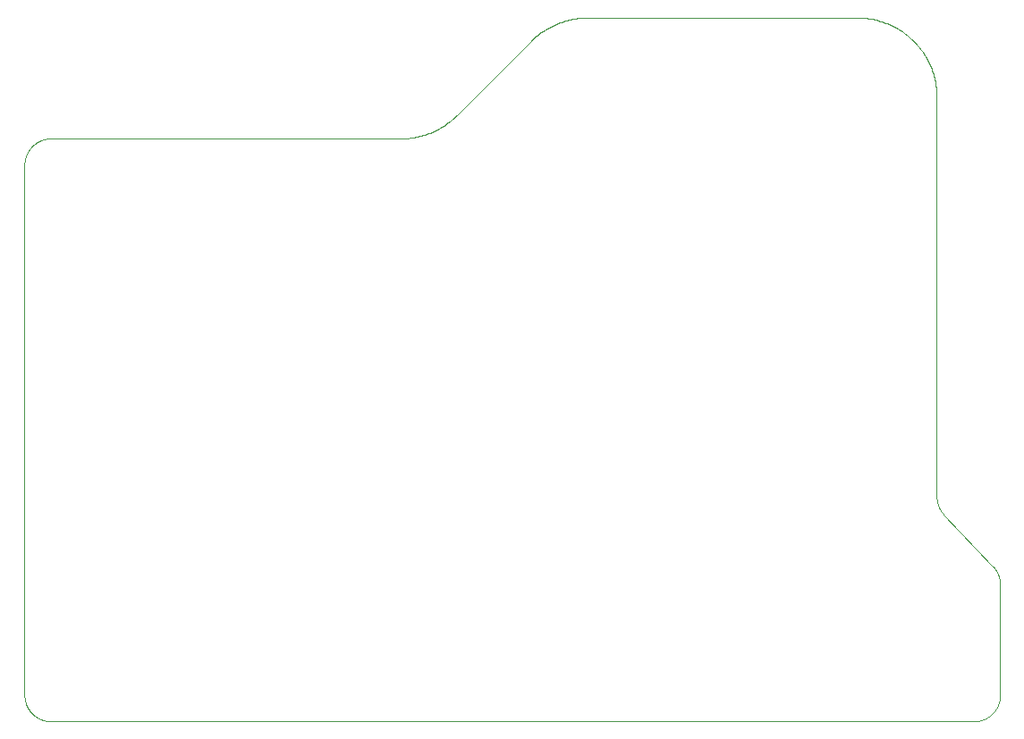
<source format=gbp>
G75*
%MOIN*%
%OFA0B0*%
%FSLAX25Y25*%
%IPPOS*%
%LPD*%
%AMOC8*
5,1,8,0,0,1.08239X$1,22.5*
%
%ADD10C,0.00000*%
D10*
X0001500Y0011000D02*
X0001500Y0208461D01*
X0001503Y0208703D01*
X0001512Y0208944D01*
X0001526Y0209185D01*
X0001547Y0209426D01*
X0001573Y0209666D01*
X0001605Y0209906D01*
X0001643Y0210145D01*
X0001686Y0210382D01*
X0001736Y0210619D01*
X0001791Y0210854D01*
X0001851Y0211088D01*
X0001918Y0211320D01*
X0001989Y0211551D01*
X0002067Y0211780D01*
X0002150Y0212007D01*
X0002238Y0212232D01*
X0002332Y0212455D01*
X0002431Y0212675D01*
X0002536Y0212893D01*
X0002645Y0213108D01*
X0002760Y0213321D01*
X0002880Y0213531D01*
X0003005Y0213737D01*
X0003135Y0213941D01*
X0003270Y0214142D01*
X0003410Y0214339D01*
X0003554Y0214533D01*
X0003703Y0214723D01*
X0003857Y0214909D01*
X0004015Y0215092D01*
X0004177Y0215271D01*
X0004344Y0215446D01*
X0004515Y0215617D01*
X0004690Y0215784D01*
X0004869Y0215946D01*
X0005052Y0216104D01*
X0005238Y0216258D01*
X0005428Y0216407D01*
X0005622Y0216551D01*
X0005819Y0216691D01*
X0006020Y0216826D01*
X0006224Y0216956D01*
X0006430Y0217081D01*
X0006640Y0217201D01*
X0006853Y0217316D01*
X0007068Y0217425D01*
X0007286Y0217530D01*
X0007506Y0217629D01*
X0007729Y0217723D01*
X0007954Y0217811D01*
X0008181Y0217894D01*
X0008410Y0217972D01*
X0008641Y0218043D01*
X0008873Y0218110D01*
X0009107Y0218170D01*
X0009342Y0218225D01*
X0009579Y0218275D01*
X0009816Y0218318D01*
X0010055Y0218356D01*
X0010295Y0218388D01*
X0010535Y0218414D01*
X0010776Y0218435D01*
X0011017Y0218449D01*
X0011258Y0218458D01*
X0011500Y0218461D01*
X0141762Y0218461D01*
X0162650Y0227118D02*
X0190350Y0254842D01*
X0211238Y0263500D02*
X0311972Y0263500D01*
X0312686Y0263491D01*
X0313399Y0263466D01*
X0314111Y0263422D01*
X0314822Y0263362D01*
X0315531Y0263285D01*
X0316238Y0263190D01*
X0316943Y0263079D01*
X0317645Y0262950D01*
X0318344Y0262804D01*
X0319039Y0262642D01*
X0319729Y0262463D01*
X0320415Y0262267D01*
X0321097Y0262055D01*
X0321773Y0261826D01*
X0322443Y0261581D01*
X0323107Y0261320D01*
X0323764Y0261043D01*
X0324415Y0260750D01*
X0325059Y0260442D01*
X0325694Y0260118D01*
X0326322Y0259779D01*
X0326942Y0259424D01*
X0327552Y0259055D01*
X0328154Y0258671D01*
X0328746Y0258273D01*
X0329328Y0257861D01*
X0329900Y0257434D01*
X0330462Y0256994D01*
X0331013Y0256541D01*
X0331553Y0256074D01*
X0332081Y0255594D01*
X0332598Y0255102D01*
X0333102Y0254598D01*
X0333594Y0254081D01*
X0334074Y0253553D01*
X0334541Y0253013D01*
X0334994Y0252462D01*
X0335434Y0251900D01*
X0335861Y0251328D01*
X0336273Y0250746D01*
X0336671Y0250154D01*
X0337055Y0249552D01*
X0337424Y0248942D01*
X0337779Y0248322D01*
X0338118Y0247694D01*
X0338442Y0247059D01*
X0338750Y0246415D01*
X0339043Y0245764D01*
X0339320Y0245107D01*
X0339581Y0244443D01*
X0339826Y0243773D01*
X0340055Y0243097D01*
X0340267Y0242415D01*
X0340463Y0241729D01*
X0340642Y0241039D01*
X0340804Y0240344D01*
X0340950Y0239645D01*
X0341079Y0238943D01*
X0341190Y0238238D01*
X0341285Y0237531D01*
X0341362Y0236822D01*
X0341422Y0236111D01*
X0341466Y0235399D01*
X0341491Y0234686D01*
X0341500Y0233972D01*
X0341500Y0084982D01*
X0344237Y0078108D02*
X0362463Y0058853D01*
X0365201Y0051978D02*
X0365201Y0011000D01*
X0365198Y0010758D01*
X0365189Y0010517D01*
X0365175Y0010276D01*
X0365154Y0010035D01*
X0365128Y0009795D01*
X0365096Y0009555D01*
X0365058Y0009316D01*
X0365015Y0009079D01*
X0364965Y0008842D01*
X0364910Y0008607D01*
X0364850Y0008373D01*
X0364783Y0008141D01*
X0364712Y0007910D01*
X0364634Y0007681D01*
X0364551Y0007454D01*
X0364463Y0007229D01*
X0364369Y0007006D01*
X0364270Y0006786D01*
X0364165Y0006568D01*
X0364056Y0006353D01*
X0363941Y0006140D01*
X0363821Y0005930D01*
X0363696Y0005724D01*
X0363566Y0005520D01*
X0363431Y0005319D01*
X0363291Y0005122D01*
X0363147Y0004928D01*
X0362998Y0004738D01*
X0362844Y0004552D01*
X0362686Y0004369D01*
X0362524Y0004190D01*
X0362357Y0004015D01*
X0362186Y0003844D01*
X0362011Y0003677D01*
X0361832Y0003515D01*
X0361649Y0003357D01*
X0361463Y0003203D01*
X0361273Y0003054D01*
X0361079Y0002910D01*
X0360882Y0002770D01*
X0360681Y0002635D01*
X0360477Y0002505D01*
X0360271Y0002380D01*
X0360061Y0002260D01*
X0359848Y0002145D01*
X0359633Y0002036D01*
X0359415Y0001931D01*
X0359195Y0001832D01*
X0358972Y0001738D01*
X0358747Y0001650D01*
X0358520Y0001567D01*
X0358291Y0001489D01*
X0358060Y0001418D01*
X0357828Y0001351D01*
X0357594Y0001291D01*
X0357359Y0001236D01*
X0357122Y0001186D01*
X0356885Y0001143D01*
X0356646Y0001105D01*
X0356406Y0001073D01*
X0356166Y0001047D01*
X0355925Y0001026D01*
X0355684Y0001012D01*
X0355443Y0001003D01*
X0355201Y0001000D01*
X0011500Y0001000D01*
X0011258Y0001003D01*
X0011017Y0001012D01*
X0010776Y0001026D01*
X0010535Y0001047D01*
X0010295Y0001073D01*
X0010055Y0001105D01*
X0009816Y0001143D01*
X0009579Y0001186D01*
X0009342Y0001236D01*
X0009107Y0001291D01*
X0008873Y0001351D01*
X0008641Y0001418D01*
X0008410Y0001489D01*
X0008181Y0001567D01*
X0007954Y0001650D01*
X0007729Y0001738D01*
X0007506Y0001832D01*
X0007286Y0001931D01*
X0007068Y0002036D01*
X0006853Y0002145D01*
X0006640Y0002260D01*
X0006430Y0002380D01*
X0006224Y0002505D01*
X0006020Y0002635D01*
X0005819Y0002770D01*
X0005622Y0002910D01*
X0005428Y0003054D01*
X0005238Y0003203D01*
X0005052Y0003357D01*
X0004869Y0003515D01*
X0004690Y0003677D01*
X0004515Y0003844D01*
X0004344Y0004015D01*
X0004177Y0004190D01*
X0004015Y0004369D01*
X0003857Y0004552D01*
X0003703Y0004738D01*
X0003554Y0004928D01*
X0003410Y0005122D01*
X0003270Y0005319D01*
X0003135Y0005520D01*
X0003005Y0005724D01*
X0002880Y0005930D01*
X0002760Y0006140D01*
X0002645Y0006353D01*
X0002536Y0006568D01*
X0002431Y0006786D01*
X0002332Y0007006D01*
X0002238Y0007229D01*
X0002150Y0007454D01*
X0002067Y0007681D01*
X0001989Y0007910D01*
X0001918Y0008141D01*
X0001851Y0008373D01*
X0001791Y0008607D01*
X0001736Y0008842D01*
X0001686Y0009079D01*
X0001643Y0009316D01*
X0001605Y0009555D01*
X0001573Y0009795D01*
X0001547Y0010035D01*
X0001526Y0010276D01*
X0001512Y0010517D01*
X0001503Y0010758D01*
X0001500Y0011000D01*
X0190349Y0254842D02*
X0190852Y0255334D01*
X0191367Y0255813D01*
X0191892Y0256280D01*
X0192429Y0256734D01*
X0192976Y0257176D01*
X0193534Y0257604D01*
X0194102Y0258019D01*
X0194679Y0258420D01*
X0195266Y0258807D01*
X0195862Y0259181D01*
X0196467Y0259540D01*
X0197080Y0259884D01*
X0197701Y0260214D01*
X0198329Y0260529D01*
X0198965Y0260829D01*
X0199608Y0261113D01*
X0200258Y0261383D01*
X0200914Y0261636D01*
X0201575Y0261874D01*
X0202242Y0262096D01*
X0202914Y0262303D01*
X0203591Y0262493D01*
X0204273Y0262667D01*
X0204958Y0262824D01*
X0205647Y0262966D01*
X0206339Y0263091D01*
X0207033Y0263199D01*
X0207731Y0263291D01*
X0208430Y0263366D01*
X0209130Y0263425D01*
X0209832Y0263467D01*
X0210535Y0263492D01*
X0211238Y0263500D01*
X0162651Y0227118D02*
X0162148Y0226626D01*
X0161633Y0226147D01*
X0161108Y0225680D01*
X0160571Y0225226D01*
X0160024Y0224784D01*
X0159466Y0224356D01*
X0158898Y0223941D01*
X0158321Y0223540D01*
X0157734Y0223153D01*
X0157138Y0222779D01*
X0156533Y0222420D01*
X0155920Y0222076D01*
X0155299Y0221746D01*
X0154671Y0221431D01*
X0154035Y0221131D01*
X0153392Y0220847D01*
X0152742Y0220577D01*
X0152086Y0220324D01*
X0151425Y0220086D01*
X0150758Y0219864D01*
X0150086Y0219657D01*
X0149409Y0219467D01*
X0148727Y0219293D01*
X0148042Y0219136D01*
X0147353Y0218994D01*
X0146661Y0218869D01*
X0145967Y0218761D01*
X0145269Y0218669D01*
X0144570Y0218594D01*
X0143870Y0218535D01*
X0143168Y0218493D01*
X0142465Y0218468D01*
X0141762Y0218460D01*
X0341500Y0084982D02*
X0341503Y0084738D01*
X0341512Y0084493D01*
X0341527Y0084249D01*
X0341548Y0084006D01*
X0341575Y0083763D01*
X0341607Y0083520D01*
X0341646Y0083279D01*
X0341691Y0083038D01*
X0341741Y0082799D01*
X0341797Y0082561D01*
X0341859Y0082325D01*
X0341927Y0082090D01*
X0342001Y0081857D01*
X0342080Y0081625D01*
X0342165Y0081396D01*
X0342255Y0081169D01*
X0342351Y0080944D01*
X0342453Y0080722D01*
X0342560Y0080502D01*
X0342672Y0080285D01*
X0342789Y0080070D01*
X0342912Y0079859D01*
X0343040Y0079650D01*
X0343173Y0079445D01*
X0343311Y0079243D01*
X0343453Y0079045D01*
X0343601Y0078850D01*
X0343753Y0078658D01*
X0343910Y0078471D01*
X0344072Y0078287D01*
X0344237Y0078108D01*
X0362464Y0058852D02*
X0362629Y0058673D01*
X0362791Y0058489D01*
X0362948Y0058302D01*
X0363100Y0058110D01*
X0363248Y0057915D01*
X0363390Y0057717D01*
X0363528Y0057515D01*
X0363661Y0057310D01*
X0363789Y0057101D01*
X0363912Y0056890D01*
X0364029Y0056675D01*
X0364141Y0056458D01*
X0364248Y0056238D01*
X0364350Y0056016D01*
X0364446Y0055791D01*
X0364536Y0055564D01*
X0364621Y0055335D01*
X0364700Y0055103D01*
X0364774Y0054870D01*
X0364842Y0054635D01*
X0364904Y0054399D01*
X0364960Y0054161D01*
X0365010Y0053922D01*
X0365055Y0053681D01*
X0365094Y0053440D01*
X0365126Y0053197D01*
X0365153Y0052954D01*
X0365174Y0052711D01*
X0365189Y0052467D01*
X0365198Y0052222D01*
X0365201Y0051978D01*
M02*

</source>
